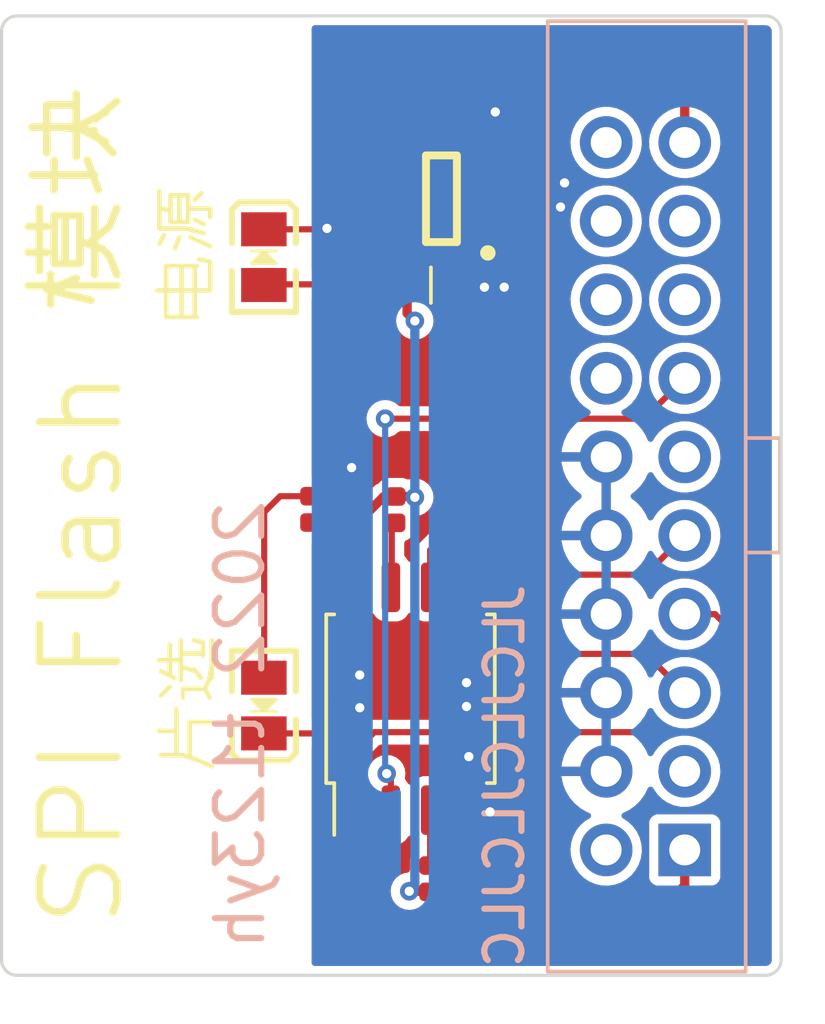
<source format=kicad_pcb>
(kicad_pcb (version 20211014) (generator pcbnew)
  (layers (0 "F.Cu" signal) (31 "B.Cu" signal) (34 "B.Paste" user) (35 "F.Paste" user) (36 "B.SilkS" user "B.Silkscreen") (37 "F.SilkS" user "F.Silkscreen") (38 "B.Mask" user) (39 "F.Mask" user) (44 "Edge.Cuts" user))
  (net 0 "")
  (net 1 "GND")
  (net 2 "+3.3VP")
  (net 3 "+5V")
  (net 6 "/SPI_MOSI")
  (net 7 "/SPI_CS0")
  (net 8 "/SPI_CLK")
  (net 9 "/SPI_MISO")
  (net 16 "Net-(R1-Pad1)")
  (net 17 "Net-(R2-Pad1)")
  (net 20 "Net-(R3-Pad1)")
  (net 21 "Net-(D2-Pad2)")
  (footprint "lc:SOT-23-5" (layer "F.Cu") (at 145.47 101.9325)
    (fp_text reference "U1" hide)
    (fp_text value "XC6209F332MR")
    (fp_line (start 0.5 1.4) (end 0.5 -1.4) (layer "F.SilkS") (width 0.254))
    (fp_line (start -0.5 1.4) (end -0.5 -1.4) (layer "F.SilkS") (width 0.254))
    (fp_line (start -0.5 -1.4) (end 0.5 -1.4) (layer "F.SilkS") (width 0.254))
    (fp_line (start -0.5 1.4) (end 0.5 1.4) (layer "F.SilkS") (width 0.254))
    (fp_circle (center 1.5 1.75) (end 1.625 1.75) (layer "F.SilkS") (width 0.25) (fill none))
    (pad "1" smd rect locked (at 1.4 0.95 270) (size 0.6 1.1) (layers "F.Cu" "F.Paste" "F.Mask") (net 3 "+5V"))
    (pad "2" smd rect locked (at 1.4 0 270) (size 0.6 1.1) (layers "F.Cu" "F.Paste" "F.Mask") (net 1 "GND"))
    (pad "3" smd rect locked (at 1.4 -0.95 270) (size 0.6 1.1) (layers "F.Cu" "F.Paste" "F.Mask") (net 3 "+5V"))
    (pad "4" smd rect locked (at -1.4 -0.95 270) (size 0.6 1.1) (layers "F.Cu" "F.Paste" "F.Mask"))
    (pad "5" smd rect locked (at -1.4 0.95 270) (size 0.6 1.1) (layers "F.Cu" "F.Paste" "F.Mask") (net 2 "+3.3VP"))
  )
  (footprint "lc:0805_LED_S1_NUM" (layer "F.Cu") (at 139.73 103.82 -90)
    (fp_text reference "D1" hide)
    (fp_text value "Green")
    (fp_line (start 0.45 1.035) (end 1.77 1.035) (layer "F.SilkS") (width 0.2))
    (fp_line (start -0.2 -0.4) (end -0.2 0.4) (layer "F.SilkS") (width 0.1))
    (fp_line (start -1.535 1.035) (end -0.45 1.035) (layer "F.SilkS") (width 0.2))
    (fp_line (start -1.77 0.8) (end -1.535 1.035) (layer "F.SilkS") (width 0.2))
    (fp_line (start -0.1 0) (end 0.1 -0.2) (layer "F.SilkS") (width 0.2))
    (fp_line (start 0.1 0.2) (end -0.05 0.05) (layer "F.SilkS") (width 0.2))
    (fp_line (start 1.77 1.035) (end 1.77 -1.035) (layer "F.SilkS") (width 0.2))
    (fp_line (start -1.55 -1.035) (end -0.45 -1.035) (layer "F.SilkS") (width 0.2))
    (fp_line (start 0.1 -0.2) (end 0.1 0.2) (layer "F.SilkS") (width 0.2))
    (fp_line (start 0.2 -0.4) (end 0.2 0.4) (layer "F.SilkS") (width 0.1))
    (fp_line (start -0.2 0) (end 0.2 -0.4) (layer "F.SilkS") (width 0.1))
    (fp_line (start 0.2 0.4) (end -0.2 0) (layer "F.SilkS") (width 0.1))
    (fp_line (start 0.45 -1.035) (end 1.77 -1.035) (layer "F.SilkS") (width 0.2))
    (fp_line (start -1.77 0.8) (end -1.77 -0.8) (layer "F.SilkS") (width 0.2))
    (fp_line (start -1.77 -0.8) (end -1.55 -1.035) (layer "F.SilkS") (width 0.2))
    (pad "1" smd rect (at -0.9 0 90) (size 1.1 1.47) (layers "F.Cu" "F.Paste" "F.Mask") (net 1 "GND"))
    (pad "2" smd rect (at 0.9 0 90) (size 1.1 1.47) (layers "F.Cu" "F.Paste" "F.Mask") (net 20 "Net-(R3-Pad1)"))
  )
  (footprint "lc:0402_C" (layer "F.Cu") (at 142.56 111.975 90)
    (fp_text reference "C3" hide)
    (fp_text value "100nF")
    (pad "1" smd roundrect locked (at -0.425 0 90) (size 0.6 0.65) (layers "F.Cu" "F.Paste" "F.Mask") (net 2 "+3.3VP"))
    (pad "2" smd roundrect locked (at 0.425 0 90) (size 0.6 0.65) (layers "F.Cu" "F.Paste" "F.Mask") (net 1 "GND"))
  )
  (footprint "lc:0402_R" (layer "F.Cu") (at 143.98 111.98 90)
    (fp_text reference "R2" hide)
    (fp_text value "2.2k")
    (pad "1" smd roundrect locked (at -0.425 0 90) (size 0.6 0.65) (layers "F.Cu" "F.Paste" "F.Mask") (net 17 "Net-(R2-Pad1)"))
    (pad "2" smd roundrect locked (at 0.425 0 90) (size 0.6 0.65) (layers "F.Cu" "F.Paste" "F.Mask") (net 2 "+3.3VP"))
  )
  (footprint "lc:0603_C" (layer "F.Cu") (at 145.13 104.75 180)
    (fp_text reference "C2" hide)
    (fp_text value "2.2uF")
    (fp_line (start 0 -0.55) (end 0 0.6) (layer "F.SilkS") (width 0.12))
    (pad "1" smd roundrect locked (at -0.77 0 180) (size 0.93 0.98) (layers "F.Cu" "F.Paste" "F.Mask") (net 1 "GND"))
    (pad "2" smd roundrect locked (at 0.77 0 180) (size 0.93 0.98) (layers "F.Cu" "F.Paste" "F.Mask") (net 2 "+3.3VP"))
  )
  (footprint "lc:0402_R" (layer "F.Cu") (at 142.46 104.7)
    (fp_text reference "R3" hide)
    (fp_text value "22k")
    (pad "1" smd roundrect locked (at -0.425 0) (size 0.6 0.65) (layers "F.Cu" "F.Paste" "F.Mask") (net 20 "Net-(R3-Pad1)"))
    (pad "2" smd roundrect locked (at 0.425 0) (size 0.6 0.65) (layers "F.Cu" "F.Paste" "F.Mask") (net 2 "+3.3VP"))
  )
  (footprint "lc:0402_C" (layer "F.Cu") (at 148.17 102.44 90)
    (fp_text reference "C1" hide)
    (fp_text value "100nF")
    (pad "1" smd roundrect locked (at -0.425 0 90) (size 0.6 0.65) (layers "F.Cu" "F.Paste" "F.Mask") (net 3 "+5V"))
    (pad "2" smd roundrect locked (at 0.425 0 90) (size 0.6 0.65) (layers "F.Cu" "F.Paste" "F.Mask") (net 1 "GND"))
  )
  (footprint "lc:0805_LED_S1_NUM" (layer "F.Cu") (at 139.73 118.31 90)
    (fp_text reference "D2" hide)
    (fp_text value "Red")
    (fp_line (start -0.2 -0.4) (end -0.2 0.4) (layer "F.SilkS") (width 0.1))
    (fp_line (start -0.1 0) (end 0.1 -0.2) (layer "F.SilkS") (width 0.2))
    (fp_line (start -1.535 1.035) (end -0.45 1.035) (layer "F.SilkS") (width 0.2))
    (fp_line (start 0.45 1.035) (end 1.77 1.035) (layer "F.SilkS") (width 0.2))
    (fp_line (start -1.55 -1.035) (end -0.45 -1.035) (layer "F.SilkS") (width 0.2))
    (fp_line (start -1.77 0.8) (end -1.77 -0.8) (layer "F.SilkS") (width 0.2))
    (fp_line (start -1.77 0.8) (end -1.535 1.035) (layer "F.SilkS") (width 0.2))
    (fp_line (start 0.2 0.4) (end -0.2 0) (layer "F.SilkS") (width 0.1))
    (fp_line (start 0.1 0.2) (end -0.05 0.05) (layer "F.SilkS") (width 0.2))
    (fp_line (start 0.2 -0.4) (end 0.2 0.4) (layer "F.SilkS") (width 0.1))
    (fp_line (start 0.45 -1.035) (end 1.77 -1.035) (layer "F.SilkS") (width 0.2))
    (fp_line (start -1.77 -0.8) (end -1.55 -1.035) (layer "F.SilkS") (width 0.2))
    (fp_line (start 1.77 1.035) (end 1.77 -1.035) (layer "F.SilkS") (width 0.2))
    (fp_line (start -0.2 0) (end 0.2 -0.4) (layer "F.SilkS") (width 0.1))
    (fp_line (start 0.1 -0.2) (end 0.1 0.2) (layer "F.SilkS") (width 0.2))
    (pad "1" smd rect (at -0.9 0 270) (size 1.1 1.47) (layers "F.Cu" "F.Paste" "F.Mask") (net 7 "/SPI_CS0"))
    (pad "2" smd rect (at 0.9 0 270) (size 1.1 1.47) (layers "F.Cu" "F.Paste" "F.Mask") (net 21 "Net-(D2-Pad2)"))
  )
  (footprint "lc:0402_R" (layer "F.Cu") (at 145.08 123.905 -90)
    (fp_text reference "R1" hide)
    (fp_text value "2.2k")
    (pad "1" smd roundrect locked (at -0.425 0 270) (size 0.6 0.65) (layers "F.Cu" "F.Paste" "F.Mask") (net 16 "Net-(R1-Pad1)"))
    (pad "2" smd roundrect locked (at 0.425 0 270) (size 0.6 0.65) (layers "F.Cu" "F.Paste" "F.Mask") (net 2 "+3.3VP"))
  )
  (footprint "lc:0402_R" (layer "F.Cu") (at 141.23 111.97 90)
    (fp_text reference "R4" hide)
    (fp_text value "6.8k")
    (pad "1" smd roundrect locked (at -0.425 0 90) (size 0.6 0.65) (layers "F.Cu" "F.Paste" "F.Mask") (net 2 "+3.3VP"))
    (pad "2" smd roundrect locked (at 0.425 0 90) (size 0.6 0.65) (layers "F.Cu" "F.Paste" "F.Mask") (net 21 "Net-(D2-Pad2)"))
  )
  (footprint "Package_SO:SOIC-8_5.23x5.23mm_P1.27mm" (layer "F.Cu") (at 144.47 118.09 90)
    (fp_text reference "U2" hide)
    (fp_text value "W25Q32JVSS")
    (fp_line (start 0 -2.725) (end 2.725 -2.725) (layer "F.SilkS") (width 0.12))
    (fp_line (start 2.725 2.725) (end 2.725 2.465) (layer "F.SilkS") (width 0.12))
    (fp_line (start -2.725 -2.725) (end -2.725 -2.465) (layer "F.SilkS") (width 0.12))
    (fp_line (start 2.725 -2.725) (end 2.725 -2.465) (layer "F.SilkS") (width 0.12))
    (fp_line (start 0 -2.725) (end -2.725 -2.725) (layer "F.SilkS") (width 0.12))
    (fp_line (start -2.725 -2.465) (end -4.4 -2.465) (layer "F.SilkS") (width 0.12))
    (fp_line (start 0 2.725) (end -2.725 2.725) (layer "F.SilkS") (width 0.12))
    (fp_line (start 0 2.725) (end 2.725 2.725) (layer "F.SilkS") (width 0.12))
    (fp_line (start -2.725 2.725) (end -2.725 2.465) (layer "F.SilkS") (width 0.12))
    (pad "1" smd roundrect (at -3.6 -1.905 90) (size 1.6 0.6) (layers "F.Cu" "F.Paste" "F.Mask") (net 7 "/SPI_CS0"))
    (pad "2" smd roundrect (at -3.6 -0.635 90) (size 1.6 0.6) (layers "F.Cu" "F.Paste" "F.Mask") (net 9 "/SPI_MISO"))
    (pad "3" smd roundrect (at -3.6 0.635 90) (size 1.6 0.6) (layers "F.Cu" "F.Paste" "F.Mask") (net 16 "Net-(R1-Pad1)"))
    (pad "4" smd roundrect (at -3.6 1.905 90) (size 1.6 0.6) (layers "F.Cu" "F.Paste" "F.Mask") (net 1 "GND"))
    (pad "5" smd roundrect (at 3.6 1.905 90) (size 1.6 0.6) (layers "F.Cu" "F.Paste" "F.Mask") (net 6 "/SPI_MOSI"))
    (pad "6" smd roundrect (at 3.6 0.635 90) (size 1.6 0.6) (layers "F.Cu" "F.Paste" "F.Mask") (net 8 "/SPI_CLK"))
    (pad "7" smd roundrect (at 3.6 -0.635 90) (size 1.6 0.6) (layers "F.Cu" "F.Paste" "F.Mask") (net 17 "Net-(R2-Pad1)"))
    (pad "8" smd roundrect (at 3.6 -1.905 90) (size 1.6 0.6) (layers "F.Cu" "F.Paste" "F.Mask") (net 2 "+3.3VP"))
  )
  (footprint "t123yh:PinSocket_2x10_P2.54mm_Vertical" (layer "B.Cu") (at 153.335 122.975)
    (fp_text reference "J1" hide)
    (fp_text value "~")
    (fp_line (start 1.97 3.93) (end -4.43 3.93) (layer "B.SilkS") (width 0.12))
    (fp_line (start 1.98 -9.61) (end 3.08 -9.61) (layer "B.SilkS") (width 0.12))
    (fp_line (start 3.08 -13.31) (end 1.98 -13.31) (layer "B.SilkS") (width 0.12))
    (fp_line (start 1.97 3.93) (end 1.97 -26.78) (layer "B.SilkS") (width 0.12))
    (fp_line (start 1.97 -26.78) (end -4.43 -26.78) (layer "B.SilkS") (width 0.12))
    (fp_line (start -4.43 3.93) (end -4.43 -26.78) (layer "B.SilkS") (width 0.12))
    (fp_line (start 3.08 -9.61) (end 3.08 -13.31) (layer "B.SilkS") (width 0.12))
    (pad "1" thru_hole rect (at 0 0) (size 1.7 1.7) (drill 1) (layers *.Cu *.Mask) (net 2 "+3.3VP"))
    (pad "2" thru_hole oval (at -2.54 0) (size 1.7 1.7) (drill 1) (layers *.Cu *.Mask))
    (pad "3" thru_hole oval (at 0 -2.54) (size 1.7 1.7) (drill 1) (layers *.Cu *.Mask))
    (pad "4" thru_hole oval (at -2.54 -2.54) (size 1.7 1.7) (drill 1) (layers *.Cu *.Mask) (net 1 "GND"))
    (pad "5" thru_hole oval (at 0 -5.08) (size 1.7 1.7) (drill 1) (layers *.Cu *.Mask) (net 6 "/SPI_MOSI"))
    (pad "6" thru_hole oval (at -2.54 -5.08) (size 1.7 1.7) (drill 1) (layers *.Cu *.Mask) (net 1 "GND"))
    (pad "7" thru_hole oval (at 0 -7.62) (size 1.7 1.7) (drill 1) (layers *.Cu *.Mask) (net 7 "/SPI_CS0"))
    (pad "8" thru_hole oval (at -2.54 -7.62) (size 1.7 1.7) (drill 1) (layers *.Cu *.Mask) (net 1 "GND"))
    (pad "9" thru_hole oval (at 0 -10.16) (size 1.7 1.7) (drill 1) (layers *.Cu *.Mask) (net 8 "/SPI_CLK"))
    (pad "10" thru_hole oval (at -2.54 -10.16) (size 1.7 1.7) (drill 1) (layers *.Cu *.Mask) (net 1 "GND"))
    (pad "11" thru_hole oval (at 0 -12.7) (size 1.7 1.7) (drill 1) (layers *.Cu *.Mask))
    (pad "12" thru_hole oval (at -2.54 -12.7) (size 1.7 1.7) (drill 1) (layers *.Cu *.Mask) (net 1 "GND"))
    (pad "13" thru_hole oval (at 0 -15.24) (size 1.7 1.7) (drill 1) (layers *.Cu *.Mask) (net 9 "/SPI_MISO"))
    (pad "14" thru_hole oval (at -2.54 -15.24) (size 1.7 1.7) (drill 1) (layers *.Cu *.Mask))
    (pad "15" thru_hole oval (at 0 -17.78) (size 1.7 1.7) (drill 1) (layers *.Cu *.Mask))
    (pad "16" thru_hole oval (at -2.54 -17.78) (size 1.7 1.7) (drill 1) (layers *.Cu *.Mask))
    (pad "17" thru_hole oval (at 0 -20.32) (size 1.7 1.7) (drill 1) (layers *.Cu *.Mask))
    (pad "18" thru_hole oval (at -2.54 -20.32) (size 1.7 1.7) (drill 1) (layers *.Cu *.Mask))
    (pad "19" thru_hole oval (at 0 -22.86) (size 1.7 1.7) (drill 1) (layers *.Cu *.Mask) (net 3 "+5V"))
    (pad "20" thru_hole oval (at -2.54 -22.86) (size 1.7 1.7) (drill 1) (layers *.Cu *.Mask))
  )
  (gr_line (start 131.75 96.024376) (end 155.95 96.024376) (layer "Edge.Cuts") (width 0.1))
  (gr_arc (start 155.95 96.024376) (mid 156.303995 96.171005) (end 156.450624 96.525) (layer "Edge.Cuts") (width 0.1))
  (gr_line (start 155.95 127.025624) (end 131.75 127.025624) (layer "Edge.Cuts") (width 0.1))
  (gr_line (start 156.450624 126.525) (end 156.450624 96.525) (layer "Edge.Cuts") (width 0.1))
  (gr_arc (start 131.249376 96.525) (mid 131.396005 96.171005) (end 131.75 96.024376) (layer "Edge.Cuts") (width 0.1))
  (gr_arc (start 156.450624 126.525) (mid 156.303995 126.878995) (end 155.95 127.025624) (layer "Edge.Cuts") (width 0.1))
  (gr_arc (start 131.75 127.025624) (mid 131.396005 126.878995) (end 131.249376 126.525) (layer "Edge.Cuts") (width 0.1))
  (gr_line (start 131.249376 96.525) (end 131.249376 126.525) (layer "Edge.Cuts") (width 0.1))
  (gr_text "JLCJLCJLCJLC" (at 147.51 120.59 90) (layer "B.SilkS") (effects (font (size 1.2 1.2) (thickness 0.2)) (justify mirror)))
  (gr_text "2022 t123yh" (at 138.96 118.93 90) (layer "B.SilkS") (effects (font (size 1.5 1.5) (thickness 0.2)) (justify mirror)))
  (gr_text "电源" (at 137.31 103.68 90) (layer "F.SilkS") (effects (font (size 1.5 1.5))))
  (gr_text "SPI Flash 模块" (at 133.83 111.82 90) (layer "F.SilkS") (effects (font (size 2.5 2.5) (thickness 0.25))))
  (gr_text "片选" (at 137.36 118.2 90) (layer "F.SilkS") (effects (font (size 1.5 1.5))))
  (segment (start 141.74 102.92) (end 139.73 102.92) (width 0.2) (layer "F.Cu") (net 1))
  (segment (start 141.77 102.89) (end 141.74 102.92) (width 0.2) (layer "F.Cu") (net 1))
  (via (at 142.83 118.38) (size 0.6) (drill 0.3) (layers "F.Cu" "B.Cu") (net 1))
  (via (at 147.21 99.1275) (size 0.6) (drill 0.3) (layers "F.Cu" "B.Cu") (net 1))
  (via (at 141.77 102.89) (size 0.6) (drill 0.3) (layers "F.Cu" "B.Cu") (net 1))
  (via (at 147.04 121.745) (size 0.6) (drill 0.3) (layers "F.Cu" "B.Cu") (net 1))
  (via (at 146.86 104.79) (size 0.6) (drill 0.3) (layers "F.Cu" "B.Cu") (net 1))
  (via (at 142.565 110.62) (size 0.6) (drill 0.3) (layers "F.Cu" "B.Cu") (net 1))
  (via (at 149.45 101.42) (size 0.6) (drill 0.3) (layers "F.Cu" "B.Cu") (net 1))
  (via (at 146.28 118.34) (size 0.6) (drill 0.3) (layers "F.Cu" "B.Cu") (net 1))
  (via (at 142.827306 117.322014) (size 0.6) (drill 0.3) (layers "F.Cu" "B.Cu") (net 1))
  (via (at 149.32 102.2) (size 0.6) (drill 0.3) (layers "F.Cu" "B.Cu") (net 1))
  (via (at 147.5 104.79) (size 0.6) (drill 0.3) (layers "F.Cu" "B.Cu") (net 1))
  (via (at 146.355 119.96) (size 0.6) (drill 0.3) (layers "F.Cu" "B.Cu") (net 1))
  (via (at 146.28 117.57) (size 0.6) (drill 0.3) (layers "F.Cu" "B.Cu") (net 1))
  (segment (start 143.98 111.555) (end 144.585 111.555) (width 0.3) (layer "F.Cu") (net 2))
  (segment (start 141.23 112.395) (end 142.555 112.395) (width 0.2) (layer "F.Cu") (net 2))
  (segment (start 142.555 112.395) (end 142.56 112.4) (width 0.2) (layer "F.Cu") (net 2))
  (segment (start 144.36 104.75) (end 144.36 105.63) (width 0.3) (layer "F.Cu") (net 2))
  (segment (start 142.88 104.61) (end 143.02 104.75) (width 0.3) (layer "F.Cu") (net 2))
  (segment (start 153.335 122.975) (end 153.335 124.125) (width 0.3) (layer "F.Cu") (net 2))
  (segment (start 142.76 112.4) (end 142.56 112.4) (width 0.3) (layer "F.Cu") (net 2))
  (segment (start 142.565 114.49) (end 142.565 112.405) (width 0.3) (layer "F.Cu") (net 2))
  (segment (start 142.88 103.1) (end 142.88 104.61) (width 0.3) (layer "F.Cu") (net 2))
  (segment (start 144.585 111.555) (end 144.61 111.58) (width 0.3) (layer "F.Cu") (net 2))
  (segment (start 142.565 112.405) (end 142.56 112.4) (width 0.3) (layer "F.Cu") (net 2))
  (segment (start 143.02 104.75) (end 144.36 104.75) (width 0.3) (layer "F.Cu") (net 2))
  (segment (start 153.15 124.31) (end 144.43 124.31) (width 0.3) (layer "F.Cu") (net 2))
  (segment (start 143.0975 102.8825) (end 142.88 103.1) (width 0.3) (layer "F.Cu") (net 2))
  (segment (start 143.98 111.555) (end 143.605 111.555) (width 0.3) (layer "F.Cu") (net 2))
  (segment (start 144.36 105.63) (end 144.61 105.88) (width 0.3) (layer "F.Cu") (net 2))
  (segment (start 144.07 102.8825) (end 143.0975 102.8825) (width 0.3) (layer "F.Cu") (net 2))
  (segment (start 143.605 111.555) (end 142.76 112.4) (width 0.3) (layer "F.Cu") (net 2))
  (segment (start 153.335 124.125) (end 153.15 124.31) (width 0.3) (layer "F.Cu") (net 2))
  (via (at 144.43 124.31) (size 0.6) (drill 0.3) (layers "F.Cu" "B.Cu") (net 2))
  (via (at 144.61 111.58) (size 0.6) (drill 0.3) (layers "F.Cu" "B.Cu") (net 2))
  (via (at 144.61 105.88) (size 0.6) (drill 0.3) (layers "F.Cu" "B.Cu") (net 2))
  (segment (start 144.61 111.58) (end 144.61 105.88) (width 0.3) (layer "B.Cu") (net 2))
  (segment (start 144.43 124.31) (end 144.61 124.13) (width 0.3) (layer "B.Cu") (net 2))
  (segment (start 144.61 124.13) (end 144.61 111.58) (width 0.3) (layer "B.Cu") (net 2))
  (segment (start 152.9 98.4) (end 149.48 98.4) (width 0.3) (layer "F.Cu") (net 3))
  (segment (start 147.9675 100.9825) (end 146.87 100.9825) (width 0.3) (layer "F.Cu") (net 3))
  (segment (start 146.87 102.8825) (end 148.1775 102.8825) (width 0.3) (layer "F.Cu") (net 3))
  (segment (start 153.335 100.115) (end 153.335 98.835) (width 0.3) (layer "F.Cu") (net 3))
  (segment (start 149.48 98.4) (end 148.53 99.35) (width 0.3) (layer "F.Cu") (net 3))
  (segment (start 145.7975 100.9825) (end 145.51 101.27) (width 0.3) (layer "F.Cu") (net 3))
  (segment (start 145.8825 102.8825) (end 146.87 102.8825) (width 0.3) (layer "F.Cu") (net 3))
  (segment (start 145.51 102.51) (end 145.8825 102.8825) (width 0.3) (layer "F.Cu") (net 3))
  (segment (start 145.51 101.27) (end 145.51 102.51) (width 0.3) (layer "F.Cu") (net 3))
  (segment (start 153.335 98.835) (end 152.9 98.4) (width 0.3) (layer "F.Cu") (net 3))
  (segment (start 148.53 100.42) (end 147.9675 100.9825) (width 0.3) (layer "F.Cu") (net 3))
  (segment (start 146.87 100.9825) (end 145.7975 100.9825) (width 0.3) (layer "F.Cu") (net 3))
  (segment (start 148.53 99.35) (end 148.53 100.42) (width 0.3) (layer "F.Cu") (net 3))
  (segment (start 146.94 116.64) (end 152.08 116.64) (width 0.2) (layer "F.Cu") (net 6))
  (segment (start 152.08 116.64) (end 153.335 117.895) (width 0.2) (layer "F.Cu") (net 6))
  (segment (start 146.375 114.49) (end 146.375 116.075) (width 0.2) (layer "F.Cu") (net 6))
  (segment (start 146.375 116.075) (end 146.94 116.64) (width 0.2) (layer "F.Cu") (net 6))
  (segment (start 141.87 119.21) (end 142.565 119.905) (width 0.2) (layer "F.Cu") (net 7))
  (segment (start 154.08 119.17) (end 143.3 119.17) (width 0.2) (layer "F.Cu") (net 7))
  (segment (start 154.65 115.69) (end 154.65 118.6) (width 0.2) (layer "F.Cu") (net 7))
  (segment (start 139.74 119.21) (end 141.87 119.21) (width 0.2) (layer "F.Cu") (net 7))
  (segment (start 153.335 115.355) (end 154.315 115.355) (width 0.2) (layer "F.Cu") (net 7))
  (segment (start 143.3 119.17) (end 142.565 119.905) (width 0.2) (layer "F.Cu") (net 7))
  (segment (start 154.315 115.355) (end 154.65 115.69) (width 0.2) (layer "F.Cu") (net 7))
  (segment (start 154.65 118.6) (end 154.08 119.17) (width 0.2) (layer "F.Cu") (net 7))
  (segment (start 142.565 119.905) (end 142.565 121.69) (width 0.2) (layer "F.Cu") (net 7))
  (segment (start 147.27 113.08) (end 145.31 113.08) (width 0.2) (layer "F.Cu") (net 8))
  (segment (start 145.31 113.08) (end 145.105 113.285) (width 0.2) (layer "F.Cu") (net 8))
  (segment (start 145.105 113.285) (end 145.105 114.49) (width 0.2) (layer "F.Cu") (net 8))
  (segment (start 148.27 114.08) (end 147.27 113.08) (width 0.2) (layer "F.Cu") (net 8))
  (segment (start 152.07 114.08) (end 148.27 114.08) (width 0.2) (layer "F.Cu") (net 8))
  (segment (start 153.335 112.815) (end 152.07 114.08) (width 0.2) (layer "F.Cu") (net 8))
  (segment (start 143.835 120.645) (end 143.7 120.51) (width 0.2) (layer "F.Cu") (net 9))
  (segment (start 149.98 109.04) (end 143.65 109.04) (width 0.2) (layer "F.Cu") (net 9))
  (segment (start 153.335 107.735) (end 152.03 109.04) (width 0.2) (layer "F.Cu") (net 9))
  (segment (start 143.835 121.69) (end 143.835 120.645) (width 0.2) (layer "F.Cu") (net 9))
  (segment (start 152.03 109.04) (end 149.98 109.04) (width 0.2) (layer "F.Cu") (net 9))
  (via (at 143.7 120.51) (size 0.6) (drill 0.3) (layers "F.Cu" "B.Cu") (net 9))
  (via (at 143.65 109.04) (size 0.6) (drill 0.3) (layers "F.Cu" "B.Cu") (net 9))
  (segment (start 143.65 120.46) (end 143.7 120.51) (width 0.2) (layer "B.Cu") (net 9))
  (segment (start 143.65 109.04) (end 143.65 120.46) (width 0.2) (layer "B.Cu") (net 9))
  (segment (start 145.105 123.455) (end 145.08 123.48) (width 0.2) (layer "F.Cu") (net 16))
  (segment (start 145.105 121.69) (end 145.105 123.455) (width 0.2) (layer "F.Cu") (net 16))
  (segment (start 143.98 112.405) (end 143.865 112.52) (width 0.2) (layer "F.Cu") (net 17))
  (segment (start 143.865 114.46) (end 143.835 114.49) (width 0.3) (layer "F.Cu") (net 17))
  (segment (start 143.865 112.52) (end 143.865 114.46) (width 0.2) (layer "F.Cu") (net 17))
  (segment (start 142.035 104.7) (end 139.75 104.7) (width 0.2) (layer "F.Cu") (net 20))
  (segment (start 139.75 104.7) (end 139.73 104.72) (width 0.2) (layer "F.Cu") (net 20))
  (segment (start 141.23 111.545) (end 140.255 111.545) (width 0.2) (layer "F.Cu") (net 21))
  (segment (start 139.74 112.06) (end 139.74 117.41) (width 0.2) (layer "F.Cu") (net 21))
  (segment (start 140.255 111.545) (end 139.74 112.06) (width 0.2) (layer "F.Cu") (net 21))
  (zone (net 1) (net_name "GND") (layers F&B.Cu) (connect_pads thru_hole_only (clearance 0.3)) (min_thickness 0.2) (fill yes (thermal_gap 0.6) (thermal_bridge_width 0.3))
    (polygon (pts (xy 156.785 127.66) (xy 141.275 127.66) (xy 141.275 95.51) (xy 156.785 95.51)))
  )
)
</source>
